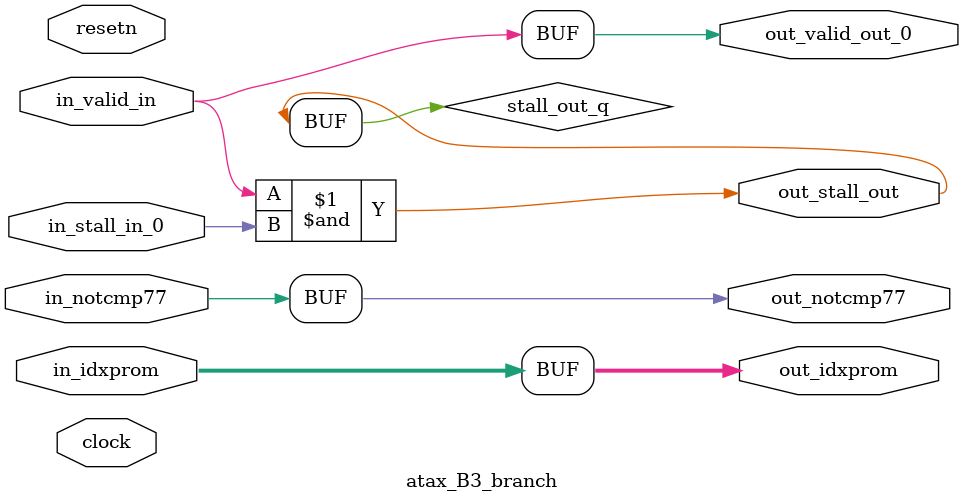
<source format=sv>



(* altera_attribute = "-name AUTO_SHIFT_REGISTER_RECOGNITION OFF; -name MESSAGE_DISABLE 10036; -name MESSAGE_DISABLE 10037; -name MESSAGE_DISABLE 14130; -name MESSAGE_DISABLE 14320; -name MESSAGE_DISABLE 15400; -name MESSAGE_DISABLE 14130; -name MESSAGE_DISABLE 10036; -name MESSAGE_DISABLE 12020; -name MESSAGE_DISABLE 12030; -name MESSAGE_DISABLE 12010; -name MESSAGE_DISABLE 12110; -name MESSAGE_DISABLE 14320; -name MESSAGE_DISABLE 13410; -name MESSAGE_DISABLE 113007; -name MESSAGE_DISABLE 10958" *)
module atax_B3_branch (
    input wire [63:0] in_idxprom,
    input wire [0:0] in_notcmp77,
    input wire [0:0] in_stall_in_0,
    input wire [0:0] in_valid_in,
    output wire [63:0] out_idxprom,
    output wire [0:0] out_notcmp77,
    output wire [0:0] out_stall_out,
    output wire [0:0] out_valid_out_0,
    input wire clock,
    input wire resetn
    );

    wire [0:0] stall_out_q;


    // out_idxprom(GPOUT,6)
    assign out_idxprom = in_idxprom;

    // out_notcmp77(GPOUT,7)
    assign out_notcmp77 = in_notcmp77;

    // stall_out(LOGICAL,10)
    assign stall_out_q = in_valid_in & in_stall_in_0;

    // out_stall_out(GPOUT,8)
    assign out_stall_out = stall_out_q;

    // out_valid_out_0(GPOUT,9)
    assign out_valid_out_0 = in_valid_in;

endmodule

</source>
